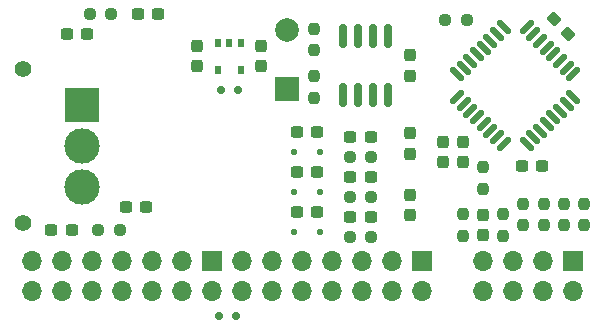
<source format=gbr>
%TF.GenerationSoftware,KiCad,Pcbnew,8.0.6-8.0.6-0~ubuntu22.04.1*%
%TF.CreationDate,2024-11-01T23:26:47+09:00*%
%TF.ProjectId,blmd_hardware,626c6d64-5f68-4617-9264-776172652e6b,rev?*%
%TF.SameCoordinates,Original*%
%TF.FileFunction,Soldermask,Bot*%
%TF.FilePolarity,Negative*%
%FSLAX46Y46*%
G04 Gerber Fmt 4.6, Leading zero omitted, Abs format (unit mm)*
G04 Created by KiCad (PCBNEW 8.0.6-8.0.6-0~ubuntu22.04.1) date 2024-11-01 23:26:47*
%MOMM*%
%LPD*%
G01*
G04 APERTURE LIST*
G04 Aperture macros list*
%AMRoundRect*
0 Rectangle with rounded corners*
0 $1 Rounding radius*
0 $2 $3 $4 $5 $6 $7 $8 $9 X,Y pos of 4 corners*
0 Add a 4 corners polygon primitive as box body*
4,1,4,$2,$3,$4,$5,$6,$7,$8,$9,$2,$3,0*
0 Add four circle primitives for the rounded corners*
1,1,$1+$1,$2,$3*
1,1,$1+$1,$4,$5*
1,1,$1+$1,$6,$7*
1,1,$1+$1,$8,$9*
0 Add four rect primitives between the rounded corners*
20,1,$1+$1,$2,$3,$4,$5,0*
20,1,$1+$1,$4,$5,$6,$7,0*
20,1,$1+$1,$6,$7,$8,$9,0*
20,1,$1+$1,$8,$9,$2,$3,0*%
G04 Aperture macros list end*
%ADD10R,1.700000X1.700000*%
%ADD11O,1.700000X1.700000*%
%ADD12R,2.000000X2.000000*%
%ADD13C,2.000000*%
%ADD14C,1.400000*%
%ADD15R,3.000000X3.000000*%
%ADD16C,3.000000*%
%ADD17RoundRect,0.237500X0.237500X-0.250000X0.237500X0.250000X-0.237500X0.250000X-0.237500X-0.250000X0*%
%ADD18RoundRect,0.150000X-0.150000X-0.200000X0.150000X-0.200000X0.150000X0.200000X-0.150000X0.200000X0*%
%ADD19RoundRect,0.237500X0.237500X-0.300000X0.237500X0.300000X-0.237500X0.300000X-0.237500X-0.300000X0*%
%ADD20R,0.510000X0.700000*%
%ADD21RoundRect,0.237500X-0.300000X-0.237500X0.300000X-0.237500X0.300000X0.237500X-0.300000X0.237500X0*%
%ADD22RoundRect,0.237500X0.300000X0.237500X-0.300000X0.237500X-0.300000X-0.237500X0.300000X-0.237500X0*%
%ADD23RoundRect,0.237500X-0.237500X0.250000X-0.237500X-0.250000X0.237500X-0.250000X0.237500X0.250000X0*%
%ADD24RoundRect,0.237500X-0.250000X-0.237500X0.250000X-0.237500X0.250000X0.237500X-0.250000X0.237500X0*%
%ADD25RoundRect,0.125000X0.125000X0.125000X-0.125000X0.125000X-0.125000X-0.125000X0.125000X-0.125000X0*%
%ADD26RoundRect,0.237500X0.250000X0.237500X-0.250000X0.237500X-0.250000X-0.237500X0.250000X-0.237500X0*%
%ADD27RoundRect,0.150000X-0.150000X0.825000X-0.150000X-0.825000X0.150000X-0.825000X0.150000X0.825000X0*%
%ADD28RoundRect,0.237500X-0.237500X0.300000X-0.237500X-0.300000X0.237500X-0.300000X0.237500X0.300000X0*%
%ADD29RoundRect,0.237500X0.380070X-0.044194X-0.044194X0.380070X-0.380070X0.044194X0.044194X-0.380070X0*%
%ADD30RoundRect,0.125000X0.353553X0.530330X-0.530330X-0.353553X-0.353553X-0.530330X0.530330X0.353553X0*%
%ADD31RoundRect,0.125000X-0.353553X0.530330X-0.530330X0.353553X0.353553X-0.530330X0.530330X-0.353553X0*%
G04 APERTURE END LIST*
D10*
%TO.C,J4*%
X85340000Y-72400000D03*
D11*
X85340000Y-74940000D03*
X82800000Y-72400000D03*
X82800000Y-74940000D03*
X80260000Y-72400000D03*
X80260000Y-74940000D03*
X77720000Y-72400000D03*
X77720000Y-74940000D03*
X75180000Y-72400000D03*
X75180000Y-74940000D03*
X72640000Y-72400000D03*
X72640000Y-74940000D03*
X70100000Y-72400000D03*
X70100000Y-74940000D03*
%TD*%
D10*
%TO.C,J3*%
X67560000Y-72400000D03*
D11*
X67560000Y-74940000D03*
X65020000Y-72400000D03*
X65020000Y-74940000D03*
X62480000Y-72400000D03*
X62480000Y-74940000D03*
X59940000Y-72400000D03*
X59940000Y-74940000D03*
X57400000Y-72400000D03*
X57400000Y-74940000D03*
X54860000Y-72400000D03*
X54860000Y-74940000D03*
X52320000Y-72400000D03*
X52320000Y-74940000D03*
%TD*%
D12*
%TO.C,C1*%
X73863200Y-57866677D03*
D13*
X73863200Y-52866677D03*
%TD*%
D14*
%TO.C,J1*%
X51500000Y-69200000D03*
X51500000Y-56200000D03*
D15*
X56500000Y-59200000D03*
D16*
X56500000Y-62700000D03*
X56500000Y-66200000D03*
%TD*%
D10*
%TO.C,J2*%
X98100000Y-72400000D03*
D11*
X98100000Y-74940000D03*
X95560000Y-72400000D03*
X95560000Y-74940000D03*
X93020000Y-72400000D03*
X93020000Y-74940000D03*
X90480000Y-72400000D03*
X90480000Y-74940000D03*
%TD*%
D17*
%TO.C,R1*%
X76200000Y-58612500D03*
X76200000Y-56787500D03*
%TD*%
D18*
%TO.C,D1*%
X69530000Y-77100000D03*
X68130000Y-77100000D03*
%TD*%
D19*
%TO.C,C10*%
X87100000Y-64062500D03*
X87100000Y-62337500D03*
%TD*%
D20*
%TO.C,U8*%
X68050000Y-53940000D03*
X69000000Y-53940000D03*
X69950000Y-53940000D03*
X69950000Y-56260000D03*
X68050000Y-56260000D03*
%TD*%
D21*
%TO.C,C6*%
X79237500Y-65300000D03*
X80962500Y-65300000D03*
%TD*%
D22*
%TO.C,C21*%
X95462500Y-64400000D03*
X93737500Y-64400000D03*
%TD*%
D19*
%TO.C,C19*%
X71700000Y-55962500D03*
X71700000Y-54237500D03*
%TD*%
D21*
%TO.C,C3*%
X74737500Y-64900000D03*
X76462500Y-64900000D03*
%TD*%
%TO.C,C15*%
X60237500Y-67900000D03*
X61962500Y-67900000D03*
%TD*%
D23*
%TO.C,R12*%
X92200000Y-68487500D03*
X92200000Y-70312500D03*
%TD*%
D17*
%TO.C,R16*%
X97300000Y-69412500D03*
X97300000Y-67587500D03*
%TD*%
D21*
%TO.C,C18*%
X61237500Y-51500000D03*
X62962500Y-51500000D03*
%TD*%
D19*
%TO.C,C22*%
X88800000Y-64062500D03*
X88800000Y-62337500D03*
%TD*%
D17*
%TO.C,R18*%
X93900000Y-69412500D03*
X93900000Y-67587500D03*
%TD*%
D24*
%TO.C,R23*%
X57887500Y-69800000D03*
X59712500Y-69800000D03*
%TD*%
D17*
%TO.C,R17*%
X95600000Y-69412500D03*
X95600000Y-67587500D03*
%TD*%
D18*
%TO.C,D5*%
X69700000Y-58000000D03*
X68300000Y-58000000D03*
%TD*%
D21*
%TO.C,C2*%
X74737500Y-68300000D03*
X76462500Y-68300000D03*
%TD*%
D19*
%TO.C,C8*%
X84300000Y-68562500D03*
X84300000Y-66837500D03*
%TD*%
D25*
%TO.C,D4*%
X76700000Y-63200000D03*
X74500000Y-63200000D03*
%TD*%
D19*
%TO.C,C9*%
X84300000Y-63362500D03*
X84300000Y-61637500D03*
%TD*%
D21*
%TO.C,C5*%
X79237500Y-68700000D03*
X80962500Y-68700000D03*
%TD*%
D26*
%TO.C,R24*%
X59012500Y-51500000D03*
X57187500Y-51500000D03*
%TD*%
%TO.C,R11*%
X81012500Y-63600000D03*
X79187500Y-63600000D03*
%TD*%
D25*
%TO.C,D3*%
X76700000Y-66600000D03*
X74500000Y-66600000D03*
%TD*%
%TO.C,D2*%
X76700000Y-70000000D03*
X74500000Y-70000000D03*
%TD*%
D21*
%TO.C,C7*%
X79237500Y-61900000D03*
X80962500Y-61900000D03*
%TD*%
%TO.C,C4*%
X74737500Y-61500000D03*
X76462500Y-61500000D03*
%TD*%
D22*
%TO.C,C17*%
X55662500Y-69800000D03*
X53937500Y-69800000D03*
%TD*%
D27*
%TO.C,U9*%
X78595000Y-53425000D03*
X79865000Y-53425000D03*
X81135000Y-53425000D03*
X82405000Y-53425000D03*
X82405000Y-58375000D03*
X81135000Y-58375000D03*
X79865000Y-58375000D03*
X78595000Y-58375000D03*
%TD*%
D28*
%TO.C,C14*%
X84300000Y-55037500D03*
X84300000Y-56762500D03*
%TD*%
D22*
%TO.C,C16*%
X56962500Y-53200000D03*
X55237500Y-53200000D03*
%TD*%
D26*
%TO.C,R10*%
X81012500Y-67000000D03*
X79187500Y-67000000D03*
%TD*%
%TO.C,R19*%
X89112500Y-52000000D03*
X87287500Y-52000000D03*
%TD*%
D23*
%TO.C,R14*%
X90500000Y-64487500D03*
X90500000Y-66312500D03*
%TD*%
D29*
%TO.C,C13*%
X97709880Y-53209880D03*
X96490120Y-51990120D03*
%TD*%
D19*
%TO.C,C20*%
X66300000Y-55962500D03*
X66300000Y-54237500D03*
%TD*%
D26*
%TO.C,R9*%
X81012500Y-70400000D03*
X79187500Y-70400000D03*
%TD*%
D17*
%TO.C,R15*%
X99000000Y-69412500D03*
X99000000Y-67587500D03*
%TD*%
D23*
%TO.C,R2*%
X76200000Y-52787500D03*
X76200000Y-54612500D03*
%TD*%
D30*
%TO.C,U10*%
X94172272Y-52667930D03*
X94737957Y-53233616D03*
X95303643Y-53799301D03*
X95869328Y-54364986D03*
X96435014Y-54930672D03*
X97000699Y-55496357D03*
X97566384Y-56062043D03*
X98132070Y-56627728D03*
D31*
X98132070Y-58572272D03*
X97566384Y-59137957D03*
X97000699Y-59703643D03*
X96435014Y-60269328D03*
X95869328Y-60835014D03*
X95303643Y-61400699D03*
X94737957Y-61966384D03*
X94172272Y-62532070D03*
D30*
X92227728Y-62532070D03*
X91662043Y-61966384D03*
X91096357Y-61400699D03*
X90530672Y-60835014D03*
X89964986Y-60269328D03*
X89399301Y-59703643D03*
X88833616Y-59137957D03*
X88267930Y-58572272D03*
D31*
X88267930Y-56627728D03*
X88833616Y-56062043D03*
X89399301Y-55496357D03*
X89964986Y-54930672D03*
X90530672Y-54364986D03*
X91096357Y-53799301D03*
X91662043Y-53233616D03*
X92227728Y-52667930D03*
%TD*%
D19*
%TO.C,C11*%
X90500000Y-70262500D03*
X90500000Y-68537500D03*
%TD*%
D23*
%TO.C,R13*%
X88800000Y-68487500D03*
X88800000Y-70312500D03*
%TD*%
M02*

</source>
